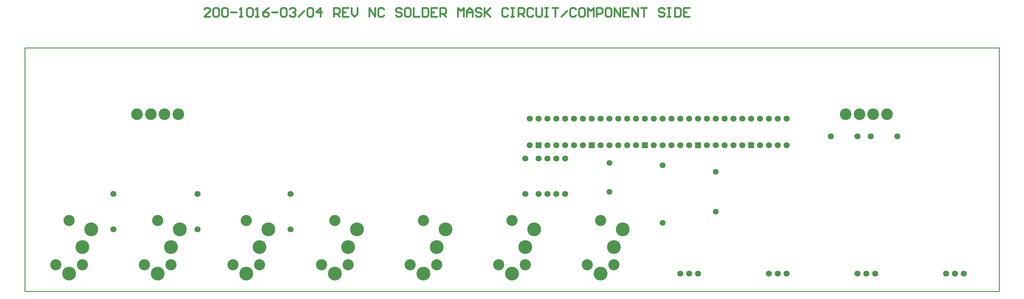
<source format=gbs>
*%FSLAX23Y23*%
*%MOIN*%
G01*
%ADD11C,0.006*%
%ADD12C,0.007*%
%ADD13C,0.008*%
%ADD14C,0.010*%
%ADD15C,0.012*%
%ADD16C,0.020*%
%ADD17C,0.036*%
%ADD18C,0.050*%
%ADD19C,0.056*%
%ADD20C,0.060*%
%ADD21C,0.062*%
%ADD22C,0.066*%
%ADD23C,0.068*%
%ADD24C,0.070*%
%ADD25C,0.080*%
%ADD26C,0.090*%
%ADD27C,0.095*%
%ADD28C,0.100*%
%ADD29C,0.115*%
%ADD30C,0.120*%
%ADD31C,0.125*%
%ADD32C,0.126*%
%ADD33C,0.131*%
%ADD34C,0.150*%
%ADD35C,0.156*%
%ADD36R,0.062X0.062*%
%ADD37R,0.068X0.068*%
D14*
X4228Y6463D02*
X15228D01*
Y9213D02*
X4228D01*
X15228D02*
Y6463D01*
X4228D02*
Y9213D01*
D16*
X6253Y9563D02*
X6320D01*
X6253D02*
X6320Y9630D01*
Y9646D01*
X6303Y9663D01*
X6270D01*
X6253Y9646D01*
X6353D02*
X6370Y9663D01*
X6403D01*
X6420Y9646D01*
Y9580D01*
X6403Y9563D01*
X6370D01*
X6353Y9580D01*
Y9646D01*
X6453D02*
X6470Y9663D01*
X6503D01*
X6520Y9646D01*
Y9580D01*
X6503Y9563D01*
X6470D01*
X6453Y9580D01*
Y9646D01*
X6553Y9613D02*
X6620D01*
X6653Y9563D02*
X6686D01*
X6670D01*
Y9663D01*
X6671D01*
X6670D02*
X6653Y9646D01*
X6736D02*
X6753Y9663D01*
X6786D01*
X6803Y9646D01*
Y9580D01*
X6786Y9563D01*
X6753D01*
X6736Y9580D01*
Y9646D01*
X6836Y9563D02*
X6869D01*
X6853D01*
Y9663D01*
X6854D01*
X6853D02*
X6836Y9646D01*
X6953D02*
X6986Y9663D01*
X6953Y9646D02*
X6919Y9613D01*
Y9580D01*
X6936Y9563D01*
X6969D01*
X6986Y9580D01*
Y9596D01*
X6969Y9613D01*
X6919D01*
X7019D02*
X7086D01*
X7119Y9646D02*
X7136Y9663D01*
X7169D01*
X7186Y9646D01*
Y9580D01*
X7169Y9563D01*
X7136D01*
X7119Y9580D01*
Y9646D01*
X7219D02*
X7236Y9663D01*
X7269D01*
X7286Y9646D01*
Y9630D01*
X7287D01*
X7286D02*
X7287D01*
X7286D02*
X7287D01*
X7286D02*
X7269Y9613D01*
X7253D01*
X7269D01*
X7286Y9596D01*
Y9580D01*
X7269Y9563D01*
X7236D01*
X7219Y9580D01*
X7319Y9563D02*
X7386Y9630D01*
X7419Y9646D02*
X7436Y9663D01*
X7469D01*
X7486Y9646D01*
Y9580D01*
X7469Y9563D01*
X7436D01*
X7419Y9580D01*
Y9646D01*
X7569Y9663D02*
Y9563D01*
X7519Y9613D02*
X7569Y9663D01*
X7586Y9613D02*
X7519D01*
X7719Y9563D02*
Y9663D01*
X7769D01*
X7786Y9646D01*
Y9613D01*
X7769Y9596D01*
X7719D01*
X7753D02*
X7786Y9563D01*
X7819Y9663D02*
X7886D01*
X7819D02*
Y9563D01*
X7886D01*
X7852Y9613D02*
X7819D01*
X7919Y9596D02*
Y9663D01*
Y9596D02*
X7952Y9563D01*
X7986Y9596D01*
Y9663D01*
X8119D02*
Y9563D01*
X8186D02*
X8119Y9663D01*
X8186D02*
Y9563D01*
X8286Y9646D02*
X8269Y9663D01*
X8236D01*
X8219Y9646D01*
Y9580D01*
X8236Y9563D01*
X8269D01*
X8286Y9580D01*
X8469Y9663D02*
X8486Y9646D01*
X8469Y9663D02*
X8436D01*
X8419Y9646D01*
Y9630D01*
X8436Y9613D01*
X8469D01*
X8486Y9596D01*
Y9580D01*
X8469Y9563D01*
X8436D01*
X8419Y9580D01*
X8536Y9663D02*
X8569D01*
X8536D02*
X8519Y9646D01*
Y9580D01*
X8536Y9563D01*
X8569D01*
X8586Y9580D01*
Y9646D01*
X8569Y9663D01*
X8619D02*
Y9563D01*
X8686D01*
X8719D02*
Y9663D01*
Y9563D02*
X8769D01*
X8786Y9580D01*
Y9646D01*
X8769Y9663D01*
X8719D01*
X8819D02*
X8885D01*
X8819D02*
Y9563D01*
X8885D01*
X8852Y9613D02*
X8819D01*
X8919Y9563D02*
Y9663D01*
X8969D01*
X8985Y9646D01*
Y9613D01*
X8969Y9596D01*
X8919D01*
X8952D02*
X8985Y9563D01*
X9119D02*
Y9663D01*
X9152Y9630D01*
X9185Y9663D01*
Y9563D01*
X9219D02*
Y9630D01*
X9252Y9663D01*
X9285Y9630D01*
Y9563D01*
Y9613D01*
X9219D01*
X9369Y9663D02*
X9385Y9646D01*
X9369Y9663D02*
X9335D01*
X9319Y9646D01*
Y9630D01*
X9335Y9613D01*
X9369D01*
X9385Y9596D01*
Y9580D01*
X9369Y9563D01*
X9335D01*
X9319Y9580D01*
X9419Y9563D02*
Y9663D01*
Y9596D02*
Y9563D01*
Y9596D02*
X9485Y9663D01*
X9435Y9613D01*
X9485Y9563D01*
X9669Y9663D02*
X9685Y9646D01*
X9669Y9663D02*
X9635D01*
X9619Y9646D01*
Y9580D01*
X9635Y9563D01*
X9669D01*
X9685Y9580D01*
X9719Y9663D02*
X9752D01*
X9735D01*
Y9563D01*
X9719D01*
X9752D01*
X9802D02*
Y9663D01*
X9852D01*
X9868Y9646D01*
Y9613D01*
X9852Y9596D01*
X9802D01*
X9835D02*
X9868Y9563D01*
X9968Y9646D02*
X9952Y9663D01*
X9918D01*
X9902Y9646D01*
Y9580D01*
X9918Y9563D01*
X9952D01*
X9968Y9580D01*
X10002D02*
Y9663D01*
Y9580D02*
X10018Y9563D01*
X10052D01*
X10068Y9580D01*
Y9663D01*
X10102D02*
X10135D01*
X10118D01*
Y9563D01*
X10102D01*
X10135D01*
X10185Y9663D02*
X10252D01*
X10218D01*
Y9563D01*
X10285D02*
X10352Y9630D01*
X10435Y9663D02*
X10452Y9646D01*
X10435Y9663D02*
X10402D01*
X10385Y9646D01*
Y9580D01*
X10402Y9563D01*
X10435D01*
X10452Y9580D01*
X10502Y9663D02*
X10535D01*
X10502D02*
X10485Y9646D01*
Y9580D01*
X10502Y9563D01*
X10535D01*
X10552Y9580D01*
Y9646D01*
X10535Y9663D01*
X10585D02*
Y9563D01*
X10618Y9630D02*
X10585Y9663D01*
X10618Y9630D02*
X10652Y9663D01*
Y9563D01*
X10685D02*
Y9663D01*
X10735D01*
X10752Y9646D01*
Y9613D01*
X10735Y9596D01*
X10685D01*
X10802Y9663D02*
X10835D01*
X10802D02*
X10785Y9646D01*
Y9580D01*
X10802Y9563D01*
X10835D01*
X10852Y9580D01*
Y9646D01*
X10835Y9663D01*
X10885D02*
Y9563D01*
X10951D02*
X10885Y9663D01*
X10951D02*
Y9563D01*
X10985Y9663D02*
X11051D01*
X10985D02*
Y9563D01*
X11051D01*
X11018Y9613D02*
X10985D01*
X11085Y9563D02*
Y9663D01*
X11151Y9563D01*
Y9663D01*
X11185D02*
X11251D01*
X11218D01*
Y9563D01*
X11435Y9663D02*
X11451Y9646D01*
X11435Y9663D02*
X11401D01*
X11385Y9646D01*
Y9630D01*
X11401Y9613D01*
X11435D01*
X11451Y9596D01*
Y9580D01*
X11435Y9563D01*
X11401D01*
X11385Y9580D01*
X11485Y9663D02*
X11518D01*
X11501D01*
Y9563D01*
X11485D01*
X11518D01*
X11568D02*
Y9663D01*
Y9563D02*
X11618D01*
X11635Y9580D01*
Y9646D01*
X11618Y9663D01*
X11568D01*
X11668D02*
X11735D01*
X11668D02*
Y9563D01*
X11735D01*
X11701Y9613D02*
X11668D01*
D22*
X12028Y7813D02*
D03*
Y7363D02*
D03*
X11428Y7888D02*
D03*
Y7238D02*
D03*
X10828Y7913D02*
D03*
Y7588D02*
D03*
D23*
X14828Y6663D02*
D03*
X14628D02*
D03*
X14728D02*
D03*
X14078Y8213D02*
D03*
X13778D02*
D03*
X13328D02*
D03*
X13628D02*
D03*
X12828Y8113D02*
D03*
Y8413D02*
D03*
Y6663D02*
D03*
X12628D02*
D03*
X12728D02*
D03*
X13828D02*
D03*
X13628D02*
D03*
X13728D02*
D03*
X11128Y8413D02*
D03*
Y8113D02*
D03*
X11428D02*
D03*
X11528D02*
D03*
Y8413D02*
D03*
X11428D02*
D03*
X11328D02*
D03*
X11228D02*
D03*
X11328Y8113D02*
D03*
X11628D02*
D03*
Y8413D02*
D03*
X11728D02*
D03*
Y8113D02*
D03*
X12028D02*
D03*
X12128D02*
D03*
Y8413D02*
D03*
X12028D02*
D03*
X11928D02*
D03*
X11828D02*
D03*
X11928Y8113D02*
D03*
X12228D02*
D03*
Y8413D02*
D03*
X12328D02*
D03*
Y8113D02*
D03*
X12628D02*
D03*
X12728D02*
D03*
Y8413D02*
D03*
X12628D02*
D03*
X12528D02*
D03*
X12428D02*
D03*
X12528Y8113D02*
D03*
X11828Y6663D02*
D03*
X11628D02*
D03*
X11728D02*
D03*
X10028Y7963D02*
D03*
Y7563D02*
D03*
X9878Y7963D02*
D03*
Y7563D02*
D03*
X10128Y7963D02*
D03*
Y7563D02*
D03*
X10228Y7963D02*
D03*
Y7563D02*
D03*
X10328Y7963D02*
D03*
Y7563D02*
D03*
X9928Y8413D02*
D03*
Y8113D02*
D03*
X10228D02*
D03*
X10328D02*
D03*
Y8413D02*
D03*
X10228D02*
D03*
X10128D02*
D03*
X10028D02*
D03*
X10128Y8113D02*
D03*
X10428D02*
D03*
Y8413D02*
D03*
X10528D02*
D03*
Y8113D02*
D03*
X10828D02*
D03*
X10928D02*
D03*
Y8413D02*
D03*
X10828D02*
D03*
X10728D02*
D03*
X10628D02*
D03*
X10728Y8113D02*
D03*
X11028D02*
D03*
Y8413D02*
D03*
X7228Y7163D02*
D03*
Y7563D02*
D03*
X5228Y7163D02*
D03*
Y7563D02*
D03*
X6178Y7163D02*
D03*
Y7563D02*
D03*
D32*
X10578Y6763D02*
D03*
X10878D02*
D03*
X10728Y7263D02*
D03*
X9578Y6763D02*
D03*
X9878D02*
D03*
X9728Y7263D02*
D03*
X8578Y6763D02*
D03*
X8878D02*
D03*
X8728Y7263D02*
D03*
X6578Y6763D02*
D03*
X6878D02*
D03*
X6728Y7263D02*
D03*
X7578Y6763D02*
D03*
X7878D02*
D03*
X7728Y7263D02*
D03*
X5578Y6763D02*
D03*
X5878D02*
D03*
X5728Y7263D02*
D03*
X4578Y6763D02*
D03*
X4878D02*
D03*
X4728Y7263D02*
D03*
D33*
X13650Y8463D02*
D03*
X13962D02*
D03*
X13494D02*
D03*
X13806D02*
D03*
X5806D02*
D03*
X5494D02*
D03*
X5962D02*
D03*
X5650D02*
D03*
D35*
X10978Y7163D02*
D03*
X10878Y6963D02*
D03*
X10728Y6663D02*
D03*
X9978Y7163D02*
D03*
X9878Y6963D02*
D03*
X9728Y6663D02*
D03*
X8978Y7163D02*
D03*
X8878Y6963D02*
D03*
X8728Y6663D02*
D03*
X6978Y7163D02*
D03*
X6878Y6963D02*
D03*
X6728Y6663D02*
D03*
X7978Y7163D02*
D03*
X7878Y6963D02*
D03*
X7728Y6663D02*
D03*
X5978Y7163D02*
D03*
X5878Y6963D02*
D03*
X5728Y6663D02*
D03*
X4978Y7163D02*
D03*
X4878Y6963D02*
D03*
X4728Y6663D02*
D03*
D37*
X11228Y8113D02*
D03*
X11828D02*
D03*
X12428D02*
D03*
X10028D02*
D03*
X10628D02*
D03*
M02*

</source>
